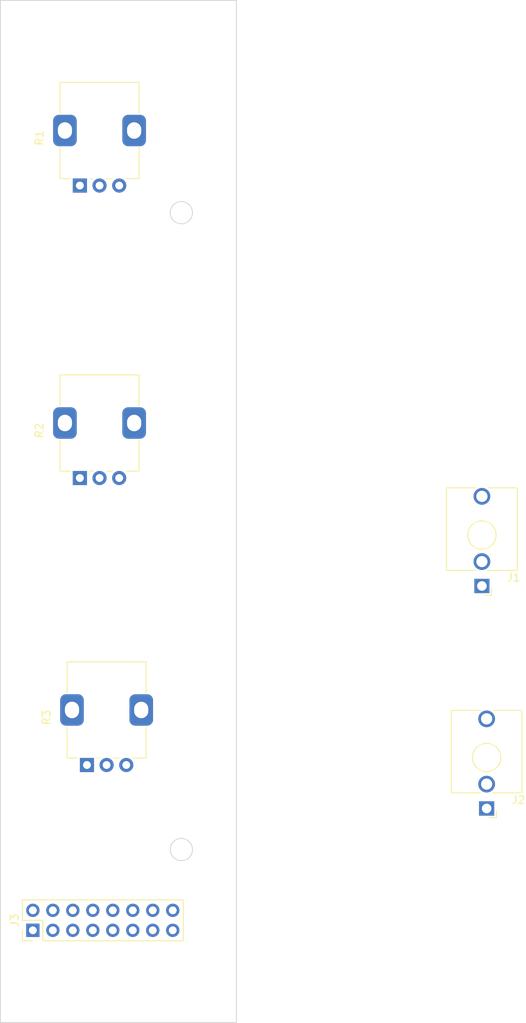
<source format=kicad_pcb>
(kicad_pcb (version 20211014) (generator pcbnew)
  (layers (0 "F.Cu" signal) (31 "B.Cu" signal) (34 "B.Paste" user) (35 "F.Paste" user) (36 "B.SilkS" user "B.Silkscreen") (37 "F.SilkS" user "F.Silkscreen") (38 "B.Mask" user) (39 "F.Mask" user) (44 "Edge.Cuts" user))
  (net 0 "")
  (net 5 "-12V")
  (net 6 "GND")
  (net 7 "+12V")
  (net 14 "+5V")
  (footprint "Potentiometer_THT:Potentiometer_Alps_RK09K_Single_Vertical" (layer "F.Cu") (at 130.1 53.55 90)
    (fp_text reference "R1" (at 6.05 -5.15 90) (layer "F.SilkS"))
    (fp_text value "Q 10k")
    (fp_line (start 0.88 -2.521) (end 0.88 -1.2) (layer "F.SilkS") (width 0.12))
    (fp_line (start 9.184 -2.521) (end 13.12 -2.521) (layer "F.SilkS") (width 0.12))
    (fp_line (start 0.88 7.52) (end 4.817 7.52) (layer "F.SilkS") (width 0.12))
    (fp_line (start 9.184 7.52) (end 13.12 7.52) (layer "F.SilkS") (width 0.12))
    (fp_line (start 13.12 -2.521) (end 13.12 7.52) (layer "F.SilkS") (width 0.12))
    (fp_line (start 0.88 1.25) (end 0.88 1.63) (layer "F.SilkS") (width 0.12))
    (fp_line (start 0.88 5.87) (end 0.88 7.52) (layer "F.SilkS") (width 0.12))
    (fp_line (start 0.88 3.371) (end 0.88 4.13) (layer "F.SilkS") (width 0.12))
    (fp_line (start 0.88 -2.521) (end 4.817 -2.521) (layer "F.SilkS") (width 0.12))
    (pad "1" thru_hole rect (at 0 0 90) (size 1.8 1.8) (drill 1) (layers *.Cu *.Mask))
    (pad "2" thru_hole circle (at 0 2.5 90) (size 1.8 1.8) (drill 1) (layers *.Cu *.Mask))
    (pad "3" thru_hole circle (at 0 5 90) (size 1.8 1.8) (drill 1) (layers *.Cu *.Mask))
    (pad "MP" thru_hole roundrect (at 7 6.9 90) (size 4 3) (drill oval 2.1 1.8) (layers *.Cu *.Mask))
    (pad "MP" thru_hole roundrect (at 7 -1.9 90) (size 4 3) (drill oval 2.1 1.8) (layers *.Cu *.Mask))
  )
  (footprint "Connector_PinHeader_2.54mm:PinHeader_2x08_P2.54mm_Vertical" (layer "F.Cu") (at 124.125 148.275 90)
    (fp_text reference "J3" (at 1.27 -2.33 90) (layer "F.SilkS"))
    (fp_text value "Eurorack Power")
    (fp_line (start -1.33 0) (end -1.33 -1.33) (layer "F.SilkS") (width 0.12))
    (fp_line (start 1.27 -1.33) (end 3.87 -1.33) (layer "F.SilkS") (width 0.12))
    (fp_line (start 3.87 -1.33) (end 3.87 19.11) (layer "F.SilkS") (width 0.12))
    (fp_line (start -1.33 19.11) (end 3.87 19.11) (layer "F.SilkS") (width 0.12))
    (fp_line (start 1.27 1.27) (end 1.27 -1.33) (layer "F.SilkS") (width 0.12))
    (fp_line (start -1.33 -1.33) (end 0 -1.33) (layer "F.SilkS") (width 0.12))
    (fp_line (start -1.33 1.27) (end 1.27 1.27) (layer "F.SilkS") (width 0.12))
    (fp_line (start -1.33 1.27) (end -1.33 19.11) (layer "F.SilkS") (width 0.12))
    (pad "1" thru_hole rect (at 0 0 90) (size 1.7 1.7) (drill 1) (layers *.Cu *.Mask) (net 5 "-12V"))
    (pad "2" thru_hole oval (at 2.54 0 90) (size 1.7 1.7) (drill 1) (layers *.Cu *.Mask) (net 5 "-12V"))
    (pad "3" thru_hole oval (at 0 2.54 90) (size 1.7 1.7) (drill 1) (layers *.Cu *.Mask) (net 6 "GND"))
    (pad "4" thru_hole oval (at 2.54 2.54 90) (size 1.7 1.7) (drill 1) (layers *.Cu *.Mask) (net 6 "GND"))
    (pad "5" thru_hole oval (at 0 5.08 90) (size 1.7 1.7) (drill 1) (layers *.Cu *.Mask) (net 6 "GND"))
    (pad "6" thru_hole oval (at 2.54 5.08 90) (size 1.7 1.7) (drill 1) (layers *.Cu *.Mask) (net 6 "GND"))
    (pad "7" thru_hole oval (at 0 7.62 90) (size 1.7 1.7) (drill 1) (layers *.Cu *.Mask) (net 6 "GND"))
    (pad "8" thru_hole oval (at 2.54 7.62 90) (size 1.7 1.7) (drill 1) (layers *.Cu *.Mask) (net 6 "GND"))
    (pad "9" thru_hole oval (at 0 10.16 90) (size 1.7 1.7) (drill 1) (layers *.Cu *.Mask) (net 7 "+12V"))
    (pad "10" thru_hole oval (at 2.54 10.16 90) (size 1.7 1.7) (drill 1) (layers *.Cu *.Mask) (net 7 "+12V"))
    (pad "11" thru_hole oval (at 0 12.7 90) (size 1.7 1.7) (drill 1) (layers *.Cu *.Mask) (net 14 "+5V"))
    (pad "12" thru_hole oval (at 2.54 12.7 90) (size 1.7 1.7) (drill 1) (layers *.Cu *.Mask) (net 14 "+5V"))
    (pad "13" thru_hole oval (at 0 15.24 90) (size 1.7 1.7) (drill 1) (layers *.Cu *.Mask))
    (pad "14" thru_hole oval (at 2.54 15.24 90) (size 1.7 1.7) (drill 1) (layers *.Cu *.Mask))
    (pad "15" thru_hole oval (at 0 17.78 90) (size 1.7 1.7) (drill 1) (layers *.Cu *.Mask))
    (pad "16" thru_hole oval (at 2.54 17.78 90) (size 1.7 1.7) (drill 1) (layers *.Cu *.Mask))
  )
  (footprint "Connector_Audio:Jack_3.5mm_QingPu_WQP-PJ398SM_Vertical_CircularHoles" (layer "F.Cu") (at 181.8 132.78 180)
    (fp_text reference "J2" (at -4.03 1.08) (layer "F.SilkS"))
    (fp_text value "out")
    (fp_line (start -0.72 1.98) (end -4.5 1.98) (layer "F.SilkS") (width 0.12))
    (fp_line (start -4.5 1.98) (end -4.5 12.48) (layer "F.SilkS") (width 0.12))
    (fp_line (start -1.23 -1.17) (end -1.23 -0.37) (layer "F.SilkS") (width 0.12))
    (fp_line (start -0.8 12.48) (end -4.5 12.48) (layer "F.SilkS") (width 0.12))
    (fp_line (start 4.5 12.48) (end 0.8 12.48) (layer "F.SilkS") (width 0.12))
    (fp_line (start -1.23 -1.17) (end -0.37 -1.17) (layer "F.SilkS") (width 0.12))
    (fp_line (start 4.5 1.98) (end 4.5 12.48) (layer "F.SilkS") (width 0.12))
    (fp_line (start 4.5 1.98) (end 0.72 1.98) (layer "F.SilkS") (width 0.12))
    (fp_circle (center 0 6.48) (end 1.8 6.48) (layer "F.SilkS") (width 0.12) (fill none))
    (pad "S" thru_hole rect (at 0 0) (size 1.93 1.83) (drill 1.22) (layers *.Cu *.Mask))
    (pad "T" thru_hole circle (at 0 11.4) (size 2.13 2.13) (drill 1.43) (layers *.Cu *.Mask))
    (pad "TN" thru_hole circle (at 0 3.1) (size 2.13 2.13) (drill 1.42) (layers *.Cu *.Mask))
  )
  (footprint "Connector_Audio:Jack_3.5mm_QingPu_WQP-PJ398SM_Vertical_CircularHoles" (layer "F.Cu") (at 181.2 104.48 180)
    (fp_text reference "J1" (at -4.03 1.08) (layer "F.SilkS"))
    (fp_text value "in")
    (fp_line (start 4.5 1.98) (end 4.5 12.48) (layer "F.SilkS") (width 0.12))
    (fp_line (start -4.5 1.98) (end -4.5 12.48) (layer "F.SilkS") (width 0.12))
    (fp_line (start 4.5 1.98) (end 0.72 1.98) (layer "F.SilkS") (width 0.12))
    (fp_line (start -1.23 -1.17) (end -0.37 -1.17) (layer "F.SilkS") (width 0.12))
    (fp_line (start -0.8 12.48) (end -4.5 12.48) (layer "F.SilkS") (width 0.12))
    (fp_line (start -0.72 1.98) (end -4.5 1.98) (layer "F.SilkS") (width 0.12))
    (fp_line (start 4.5 12.48) (end 0.8 12.48) (layer "F.SilkS") (width 0.12))
    (fp_line (start -1.23 -1.17) (end -1.23 -0.37) (layer "F.SilkS") (width 0.12))
    (fp_circle (center 0 6.48) (end 1.8 6.48) (layer "F.SilkS") (width 0.12) (fill none))
    (pad "S" thru_hole rect (at 0 0) (size 1.93 1.83) (drill 1.22) (layers *.Cu *.Mask))
    (pad "T" thru_hole circle (at 0 11.4) (size 2.13 2.13) (drill 1.43) (layers *.Cu *.Mask))
    (pad "TN" thru_hole circle (at 0 3.1) (size 2.13 2.13) (drill 1.42) (layers *.Cu *.Mask))
  )
  (footprint "Potentiometer_THT:Potentiometer_Alps_RK09K_Single_Vertical" (layer "F.Cu") (at 130.1 90.75 90)
    (fp_text reference "R2" (at 6.05 -5.15 90) (layer "F.SilkS"))
    (fp_text value "T 100k")
    (fp_line (start 9.184 7.52) (end 13.12 7.52) (layer "F.SilkS") (width 0.12))
    (fp_line (start 0.88 7.52) (end 4.817 7.52) (layer "F.SilkS") (width 0.12))
    (fp_line (start 0.88 -2.521) (end 0.88 -1.2) (layer "F.SilkS") (width 0.12))
    (fp_line (start 13.12 -2.521) (end 13.12 7.52) (layer "F.SilkS") (width 0.12))
    (fp_line (start 0.88 3.371) (end 0.88 4.13) (layer "F.SilkS") (width 0.12))
    (fp_line (start 0.88 5.87) (end 0.88 7.52) (layer "F.SilkS") (width 0.12))
    (fp_line (start 0.88 -2.521) (end 4.817 -2.521) (layer "F.SilkS") (width 0.12))
    (fp_line (start 0.88 1.25) (end 0.88 1.63) (layer "F.SilkS") (width 0.12))
    (fp_line (start 9.184 -2.521) (end 13.12 -2.521) (layer "F.SilkS") (width 0.12))
    (pad "1" thru_hole rect (at 0 0 90) (size 1.8 1.8) (drill 1) (layers *.Cu *.Mask))
    (pad "2" thru_hole circle (at 0 2.5 90) (size 1.8 1.8) (drill 1) (layers *.Cu *.Mask))
    (pad "3" thru_hole circle (at 0 5 90) (size 1.8 1.8) (drill 1) (layers *.Cu *.Mask))
    (pad "MP" thru_hole roundrect (at 7 -1.9 90) (size 4 3) (drill oval 2.1 1.8) (layers *.Cu *.Mask))
    (pad "MP" thru_hole roundrect (at 7 6.9 90) (size 4 3) (drill oval 2.1 1.8) (layers *.Cu *.Mask))
  )
  (footprint "Potentiometer_THT:Potentiometer_Alps_RK09K_Single_Vertical" (layer "F.Cu") (at 131 127.25 90)
    (fp_text reference "R3" (at 6.05 -5.15 90) (layer "F.SilkS"))
    (fp_text value "FB 10k")
    (fp_line (start 0.88 7.52) (end 4.817 7.52) (layer "F.SilkS") (width 0.12))
    (fp_line (start 0.88 3.371) (end 0.88 4.13) (layer "F.SilkS") (width 0.12))
    (fp_line (start 9.184 7.52) (end 13.12 7.52) (layer "F.SilkS") (width 0.12))
    (fp_line (start 0.88 -2.521) (end 4.817 -2.521) (layer "F.SilkS") (width 0.12))
    (fp_line (start 0.88 1.25) (end 0.88 1.63) (layer "F.SilkS") (width 0.12))
    (fp_line (start 9.184 -2.521) (end 13.12 -2.521) (layer "F.SilkS") (width 0.12))
    (fp_line (start 0.88 -2.521) (end 0.88 -1.2) (layer "F.SilkS") (width 0.12))
    (fp_line (start 0.88 5.87) (end 0.88 7.52) (layer "F.SilkS") (width 0.12))
    (fp_line (start 13.12 -2.521) (end 13.12 7.52) (layer "F.SilkS") (width 0.12))
    (pad "1" thru_hole rect (at 0 0 90) (size 1.8 1.8) (drill 1) (layers *.Cu *.Mask))
    (pad "2" thru_hole circle (at 0 2.5 90) (size 1.8 1.8) (drill 1) (layers *.Cu *.Mask))
    (pad "3" thru_hole circle (at 0 5 90) (size 1.8 1.8) (drill 1) (layers *.Cu *.Mask))
    (pad "MP" thru_hole roundrect (at 7 -1.9 90) (size 4 3) (drill oval 2.1 1.8) (layers *.Cu *.Mask))
    (pad "MP" thru_hole roundrect (at 7 6.9 90) (size 4 3) (drill oval 2.1 1.8) (layers *.Cu *.Mask))
  )
  (gr_circle (center 143 138) (end 144 139) (layer "Edge.Cuts") (width 0.1) (fill none))
  (gr_rect (start 120 30) (end 150 160) (layer "Edge.Cuts") (width 0.1) (fill none))
  (gr_circle (center 143 57) (end 144 58) (layer "Edge.Cuts") (width 0.1) (fill none))
)
</source>
